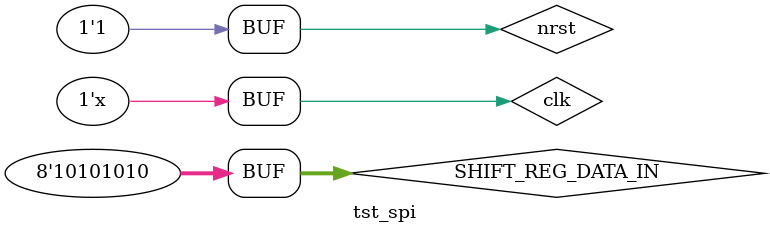
<source format=v>
module tst_spi ();

 wire clk_out;
 wire [7:0] SHIFT_REG_DATA_OUT;
 wire MOSI;
 reg [7:0] MISO;
 reg clk,nrst;
 reg [7:0] SHIFT_REG_DATA_IN;



always
begin
#50 clk=~clk;
end

initial
begin 
clk<=1'b1;
nrst<=1'b0;

#100
nrst<=1'b1;
SHIFT_REG_DATA_IN <= 8'b10101010;

end 

spi DUT(
.nrst(nrst),
.clk(clk),
.clk_out(clk_out),
.SHIFT_REG_DATA_IN(SHIFT_REG_DATA_IN),
.SHIFT_REG_DATA_OUT(SHIFT_REG_DATA_OUT),
.MISO(MISO),
.MOSI(MOSI)
);
endmodule

</source>
